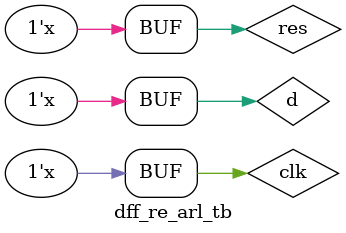
<source format=v>
`include "Hadif_B190513CS_Q01d.v"
module dff_re_arl_tb;

wire q, q1;
reg clk, d, res;

dff_re_arl dff1(q, q1, d, clk, res);

initial
begin
  clk=0;
  d=0;
  res=1;
  $dumpfile("dff.vcd");
  $dumpvars(0, dff1);
  $display("clk res d q q'");
  $monitor(" %b  %b  %b %b %b", clk, res, d, q, q1);
end

always #5 d = ~d;
always #3 clk = ~clk;
always #13 res = ~res;

endmodule
</source>
